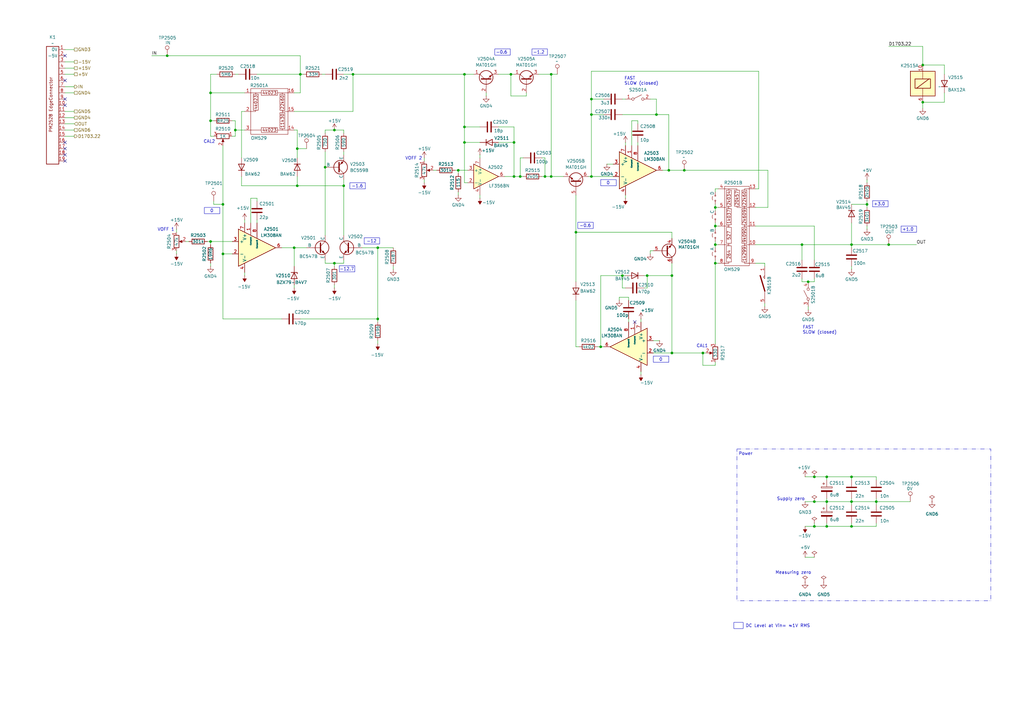
<source format=kicad_sch>
(kicad_sch (version 20250114) (generator "eeschema") (generator_version "9.0")
  (paper "A3")
  (title_block (title "Philips PM2528 - N25 (RMS Converter)") (date "2025-07-06") (rev "1.0"))
  (rectangle (start 236.982 91.186) (end 243.332 93.726))
  (rectangle (start 143.51 74.93) (end 149.86 77.47))
  (rectangle (start 369.57 92.71) (end 375.92 95.25))
  (rectangle (start 149.352 97.536) (end 155.702 100.076))
  (rectangle (start 246.38 73.66) (end 252.73 76.2))
  (rectangle (start 83.82 85.09) (end 90.17 87.63))
  (rectangle (start 300.99 255.27) (end 304.8 257.81))
  (rectangle (start 218.186 20.066) (end 224.536 22.606))
  (rectangle (start 302.26 184.15) (end 406.4 246.38) (stroke (width 0) (type dash_dot_dot)))
  (rectangle (start 267.97 146.05) (end 274.32 148.59))
  (rectangle (start 202.946 20.066) (end 209.296 22.606))
  (rectangle (start 357.886 82.296) (end 364.236 84.836))
  (rectangle (start 139.192 108.966) (end 145.542 111.506))
  (text "-1.2" (at 220.98 21.59 0) (effects (font (size 1.27 1.27))))
  (text "0" (at 271.018 147.574 0) (effects (font (size 1.27 1.27))))
  (text "-12.7" (at 142.24 110.49 0) (effects (font (size 1.27 1.27))))
  (text "Measuring zero" (at 325.374 234.95 0) (effects (font (size 1.27 1.27))))
  (text "DC Level at Vin= ≈1V RMS" (at 319.024 256.794 0) (effects (font (size 1.27 1.27))))
  (text "0" (at 249.428 75.184 0) (effects (font (size 1.27 1.27))))
  (text "FAST\nSLOW (closed)" (at 256.032 33.274 0) (effects (font (size 1.27 1.27)) (justify left)))
  (text "+3.0" (at 360.68 83.82 0) (effects (font (size 1.27 1.27))))
  (text "0" (at 86.868 86.614 0) (effects (font (size 1.27 1.27))))
  (text "CAL1" (at 288.036 141.986 0) (effects (font (size 1.27 1.27))))
  (text "-0.6" (at 205.74 21.59 0) (effects (font (size 1.27 1.27))))
  (text "VOFF 1" (at 68.072 94.234 0) (effects (font (size 1.27 1.27))))
  (text "-12" (at 152.4 99.06 0) (effects (font (size 1.27 1.27))))
  (text "CAL2" (at 85.852 58.166 0) (effects (font (size 1.27 1.27))))
  (text "-1.6" (at 146.558 76.454 0) (effects (font (size 1.27 1.27))))
  (text "Power" (at 305.816 186.182 0) (effects (font (size 1.27 1.27))))
  (text "FAST\nSLOW (closed)" (at 329.184 135.382 0) (effects (font (size 1.27 1.27)) (justify left)))
  (text "+1.0" (at 372.364 94.234 0) (effects (font (size 1.27 1.27))))
  (text "-0.6" (at 240.03 92.71 0) (effects (font (size 1.27 1.27))))
  (text "VOFF 2" (at 169.672 65.024 0) (effects (font (size 1.27 1.27))))
  (text "Supply zero" (at 324.358 204.724 0) (effects (font (size 1.27 1.27))))
  (junction (at 68.58 22.86))
  (junction (at 123.19 30.48))
  (junction (at 190.5 30.48))
  (junction (at 154.94 101.6))
  (junction (at 86.36 38.1))
  (junction (at 121.92 60.96))
  (junction (at 154.94 130.81))
  (junction (at 121.92 76.2))
  (junction (at 349.25 195.58))
  (junction (at 223.52 72.39))
  (junction (at 190.5 52.07))
  (junction (at 187.96 69.85))
  (junction (at 91.44 104.14))
  (junction (at 144.78 30.48))
  (junction (at 275.59 144.78))
  (junction (at 288.29 144.78))
  (junction (at 339.09 195.58))
  (junction (at 242.57 46.99))
  (junction (at 246.38 142.24))
  (junction (at 137.16 53.34))
  (junction (at 349.25 100.33))
  (junction (at 334.01 205.74))
  (junction (at 275.59 113.03))
  (junction (at 86.36 49.53))
  (junction (at 334.01 195.58))
  (junction (at 339.09 205.74))
  (junction (at 86.36 99.06))
  (junction (at 355.6 83.82))
  (junction (at 226.06 72.39))
  (junction (at 349.25 215.9))
  (junction (at 209.55 30.48))
  (junction (at 140.97 76.2))
  (junction (at 328.93 100.33))
  (junction (at 226.06 30.48))
  (junction (at 269.24 46.99))
  (junction (at 349.25 205.74))
  (junction (at 293.37 100.33))
  (junction (at 91.44 83.82))
  (junction (at 255.27 113.03))
  (junction (at 364.49 100.33))
  (junction (at 331.47 115.57))
  (junction (at 190.5 58.42))
  (junction (at 210.82 72.39))
  (junction (at 293.37 107.95))
  (junction (at 359.41 205.74))
  (junction (at 378.46 26.67))
  (junction (at 120.65 101.6))
  (junction (at 293.37 85.09))
  (junction (at 280.67 69.85))
  (junction (at 378.46 41.91))
  (junction (at 210.82 58.42))
  (junction (at 133.35 68.58))
  (junction (at 293.37 92.71))
  (junction (at 334.01 215.9))
  (junction (at 96.52 53.34))
  (junction (at 213.36 72.39))
  (junction (at 137.16 107.95))
  (junction (at 265.43 113.03))
  (junction (at 274.32 69.85))
  (junction (at 242.57 72.39))
  (junction (at 236.22 95.25))
  (junction (at 242.57 40.64))
  (junction (at 339.09 215.9))
  (no_connect (at 26.67 63.5))
  (no_connect (at 26.67 58.42))
  (no_connect (at 26.67 40.64))
  (no_connect (at 26.67 22.86))
  (no_connect (at 26.67 60.96))
  (no_connect (at 26.67 43.18))
  (no_connect (at 26.67 66.04))
  (no_connect (at 26.67 33.02))
  (no_connect (at 260.35 132.08))
  (wire (pts (xy 91.44 59.69) (xy 91.44 83.82)))
  (wire (pts (xy 223.52 72.39) (xy 226.06 72.39)))
  (wire (pts (xy 190.5 30.48) (xy 194.31 30.48)))
  (wire (pts (xy 334.01 205.74) (xy 330.2 205.74)))
  (wire (pts (xy 349.25 109.22) (xy 349.25 110.49)))
  (wire (pts (xy 288.29 144.78) (xy 289.56 144.78)))
  (wire (pts (xy 328.93 100.33) (xy 349.25 100.33)))
  (wire (pts (xy 173.99 64.77) (xy 173.99 66.04)))
  (wire (pts (xy 199.39 38.1) (xy 199.39 39.37)))
  (wire (pts (xy 190.5 58.42) (xy 196.85 58.42)))
  (wire (pts (xy 288.29 149.86) (xy 288.29 144.78)))
  (wire (pts (xy 262.89 130.81) (xy 262.89 132.08)))
  (wire (pts (xy 293.37 85.09) (xy 294.64 85.09)))
  (wire (pts (xy 264.16 118.11) (xy 265.43 118.11)))
  (wire (pts (xy 256.54 80.01) (xy 256.54 81.28)))
  (wire (pts (xy 26.67 55.88) (xy 30.48 55.88)))
  (wire (pts (xy 255.27 40.64) (xy 256.54 40.64)))
  (wire (pts (xy 349.25 195.58) (xy 339.09 195.58)))
  (wire (pts (xy 87.63 83.82) (xy 91.44 83.82)))
  (wire (pts (xy 309.88 85.09) (xy 314.96 85.09)))
  (wire (pts (xy 275.59 95.25) (xy 275.59 97.79)))
  (wire (pts (xy 120.65 38.1) (xy 123.19 38.1)))
  (wire (pts (xy 154.94 101.6) (xy 161.29 101.6)))
  (wire (pts (xy 86.36 99.06) (xy 95.25 99.06)))
  (wire (pts (xy 349.25 196.85) (xy 349.25 195.58)))
  (wire (pts (xy 214.63 64.77) (xy 213.36 64.77)))
  (wire (pts (xy 293.37 91.44) (xy 293.37 92.71)))
  (wire (pts (xy 359.41 196.85) (xy 359.41 195.58)))
  (wire (pts (xy 241.3 72.39) (xy 242.57 72.39)))
  (wire (pts (xy 140.97 73.66) (xy 140.97 76.2)))
  (wire (pts (xy 293.37 83.82) (xy 293.37 85.09)))
  (wire (pts (xy 339.09 215.9) (xy 339.09 214.63)))
  (wire (pts (xy 349.25 207.01) (xy 349.25 205.74)))
  (wire (pts (xy 293.37 85.09) (xy 293.37 86.36)))
  (wire (pts (xy 256.54 118.11) (xy 255.27 118.11)))
  (wire (pts (xy 311.15 29.21) (xy 311.15 77.47)))
  (wire (pts (xy 102.87 81.28) (xy 105.41 81.28)))
  (wire (pts (xy 140.97 76.2) (xy 140.97 96.52)))
  (wire (pts (xy 140.97 54.61) (xy 140.97 53.34)))
  (wire (pts (xy 339.09 195.58) (xy 334.01 195.58)))
  (wire (pts (xy 87.63 55.88) (xy 86.36 55.88)))
  (wire (pts (xy 267.97 139.7) (xy 270.51 139.7)))
  (wire (pts (xy 293.37 77.47) (xy 293.37 78.74)))
  (wire (pts (xy 187.96 78.74) (xy 187.96 80.01)))
  (wire (pts (xy 246.38 113.03) (xy 246.38 142.24)))
  (wire (pts (xy 26.67 53.34) (xy 30.48 53.34)))
  (wire (pts (xy 328.93 114.3) (xy 328.93 115.57)))
  (wire (pts (xy 120.65 101.6) (xy 125.73 101.6)))
  (wire (pts (xy 255.27 46.99) (xy 269.24 46.99)))
  (wire (pts (xy 375.92 100.33) (xy 364.49 100.33)))
  (wire (pts (xy 255.27 113.03) (xy 246.38 113.03)))
  (wire (pts (xy 210.82 72.39) (xy 207.01 72.39)))
  (wire (pts (xy 387.35 26.67) (xy 378.46 26.67)))
  (wire (pts (xy 100.33 45.72) (xy 99.06 45.72)))
  (wire (pts (xy 236.22 95.25) (xy 275.59 95.25)))
  (wire (pts (xy 86.36 107.95) (xy 86.36 109.22)))
  (wire (pts (xy 334.01 92.71) (xy 334.01 106.68)))
  (wire (pts (xy 210.82 52.07) (xy 210.82 58.42)))
  (wire (pts (xy 349.25 100.33) (xy 364.49 100.33)))
  (wire (pts (xy 334.01 215.9) (xy 334.01 214.63)))
  (wire (pts (xy 86.36 38.1) (xy 86.36 49.53)))
  (wire (pts (xy 86.36 38.1) (xy 100.33 38.1)))
  (wire (pts (xy 355.6 92.71) (xy 355.6 93.98)))
  (wire (pts (xy 271.78 69.85) (xy 274.32 69.85)))
  (wire (pts (xy 26.67 25.4) (xy 30.48 25.4)))
  (wire (pts (xy 265.43 113.03) (xy 275.59 113.03)))
  (wire (pts (xy 102.87 91.44) (xy 102.87 81.28)))
  (wire (pts (xy 242.57 40.64) (xy 242.57 46.99)))
  (wire (pts (xy 220.98 30.48) (xy 226.06 30.48)))
  (wire (pts (xy 137.16 116.84) (xy 137.16 118.11)))
  (wire (pts (xy 328.93 100.33) (xy 328.93 106.68)))
  (wire (pts (xy 190.5 52.07) (xy 190.5 58.42)))
  (wire (pts (xy 177.8 69.85) (xy 179.07 69.85)))
  (wire (pts (xy 364.49 19.05) (xy 378.46 19.05)))
  (wire (pts (xy 120.65 101.6) (xy 120.65 109.22)))
  (wire (pts (xy 293.37 100.33) (xy 294.64 100.33)))
  (wire (pts (xy 187.96 69.85) (xy 187.96 71.12)))
  (wire (pts (xy 140.97 62.23) (xy 140.97 63.5)))
  (wire (pts (xy 133.35 54.61) (xy 133.35 53.34)))
  (wire (pts (xy 173.99 73.66) (xy 173.99 74.93)))
  (wire (pts (xy 313.69 107.95) (xy 313.69 109.22)))
  (wire (pts (xy 359.41 205.74) (xy 359.41 207.01)))
  (wire (pts (xy 123.19 22.86) (xy 123.19 30.48)))
  (wire (pts (xy 293.37 148.59) (xy 293.37 149.86)))
  (wire (pts (xy 256.54 113.03) (xy 255.27 113.03)))
  (wire (pts (xy 314.96 85.09) (xy 314.96 69.85)))
  (wire (pts (xy 242.57 72.39) (xy 251.46 72.39)))
  (wire (pts (xy 274.32 46.99) (xy 274.32 69.85)))
  (wire (pts (xy 355.6 82.55) (xy 355.6 83.82)))
  (wire (pts (xy 236.22 142.24) (xy 237.49 142.24)))
  (wire (pts (xy 123.19 130.81) (xy 154.94 130.81)))
  (wire (pts (xy 100.33 90.17) (xy 100.33 91.44)))
  (wire (pts (xy 87.63 49.53) (xy 86.36 49.53)))
  (wire (pts (xy 191.77 74.93) (xy 190.5 74.93)))
  (wire (pts (xy 242.57 29.21) (xy 311.15 29.21)))
  (wire (pts (xy 330.2 215.9) (xy 334.01 215.9)))
  (wire (pts (xy 213.36 72.39) (xy 214.63 72.39)))
  (wire (pts (xy 154.94 101.6) (xy 154.94 130.81)))
  (wire (pts (xy 86.36 55.88) (xy 86.36 49.53)))
  (wire (pts (xy 247.65 40.64) (xy 242.57 40.64)))
  (wire (pts (xy 91.44 104.14) (xy 95.25 104.14)))
  (wire (pts (xy 86.36 30.48) (xy 88.9 30.48)))
  (wire (pts (xy 99.06 45.72) (xy 99.06 64.77)))
  (wire (pts (xy 266.7 40.64) (xy 269.24 40.64)))
  (wire (pts (xy 105.41 30.48) (xy 123.19 30.48)))
  (wire (pts (xy 255.27 118.11) (xy 255.27 113.03)))
  (wire (pts (xy 144.78 45.72) (xy 144.78 30.48)))
  (wire (pts (xy 190.5 74.93) (xy 190.5 58.42)))
  (wire (pts (xy 115.57 101.6) (xy 120.65 101.6)))
  (wire (pts (xy 99.06 76.2) (xy 121.92 76.2)))
  (wire (pts (xy 209.55 30.48) (xy 210.82 30.48)))
  (wire (pts (xy 339.09 215.9) (xy 349.25 215.9)))
  (wire (pts (xy 313.69 124.46) (xy 313.69 125.73)))
  (wire (pts (xy 236.22 123.19) (xy 236.22 142.24)))
  (wire (pts (xy 245.11 142.24) (xy 246.38 142.24)))
  (wire (pts (xy 274.32 69.85) (xy 280.67 69.85)))
  (wire (pts (xy 133.35 106.68) (xy 133.35 107.95)))
  (wire (pts (xy 330.2 195.58) (xy 334.01 195.58)))
  (wire (pts (xy 213.36 64.77) (xy 213.36 72.39)))
  (wire (pts (xy 161.29 109.22) (xy 161.29 110.49)))
  (wire (pts (xy 275.59 113.03) (xy 275.59 144.78)))
  (wire (pts (xy 349.25 91.44) (xy 349.25 100.33)))
  (wire (pts (xy 95.25 49.53) (xy 96.52 49.53)))
  (wire (pts (xy 85.09 99.06) (xy 86.36 99.06)))
  (wire (pts (xy 87.63 82.55) (xy 87.63 83.82)))
  (wire (pts (xy 378.46 19.05) (xy 378.46 26.67)))
  (wire (pts (xy 359.41 195.58) (xy 349.25 195.58)))
  (wire (pts (xy 91.44 104.14) (xy 91.44 130.81)))
  (wire (pts (xy 190.5 30.48) (xy 190.5 52.07)))
  (wire (pts (xy 120.65 45.72) (xy 144.78 45.72)))
  (wire (pts (xy 115.57 130.81) (xy 91.44 130.81)))
  (wire (pts (xy 215.9 39.37) (xy 215.9 38.1)))
  (wire (pts (xy 86.36 99.06) (xy 86.36 100.33)))
  (wire (pts (xy 293.37 92.71) (xy 294.64 92.71)))
  (wire (pts (xy 96.52 53.34) (xy 96.52 55.88)))
  (wire (pts (xy 96.52 53.34) (xy 96.52 49.53)))
  (wire (pts (xy 210.82 58.42) (xy 210.82 72.39)))
  (wire (pts (xy 309.88 77.47) (xy 311.15 77.47)))
  (wire (pts (xy 331.47 115.57) (xy 334.01 115.57)))
  (wire (pts (xy 349.25 100.33) (xy 349.25 101.6)))
  (wire (pts (xy 95.25 55.88) (xy 96.52 55.88)))
  (wire (pts (xy 293.37 92.71) (xy 293.37 93.98)))
  (wire (pts (xy 339.09 207.01) (xy 339.09 205.74)))
  (wire (pts (xy 96.52 53.34) (xy 100.33 53.34)))
  (wire (pts (xy 121.92 60.96) (xy 121.92 64.77)))
  (wire (pts (xy 120.65 53.34) (xy 121.92 53.34)))
  (wire (pts (xy 293.37 107.95) (xy 293.37 140.97)))
  (wire (pts (xy 76.2 99.06) (xy 77.47 99.06)))
  (wire (pts (xy 254 121.92) (xy 257.81 121.92)))
  (wire (pts (xy 236.22 95.25) (xy 236.22 115.57)))
  (wire (pts (xy 293.37 100.33) (xy 293.37 101.6)))
  (wire (pts (xy 334.01 114.3) (xy 334.01 115.57)))
  (wire (pts (xy 265.43 118.11) (xy 265.43 113.03)))
  (wire (pts (xy 275.59 144.78) (xy 288.29 144.78)))
  (wire (pts (xy 236.22 80.01) (xy 236.22 95.25)))
  (wire (pts (xy 349.25 215.9) (xy 349.25 214.63)))
  (wire (pts (xy 204.47 52.07) (xy 210.82 52.07)))
  (wire (pts (xy 359.41 205.74) (xy 373.38 205.74)))
  (wire (pts (xy 132.08 30.48) (xy 133.35 30.48)))
  (wire (pts (xy 62.23 22.86) (xy 68.58 22.86)))
  (wire (pts (xy 91.44 83.82) (xy 91.44 104.14)))
  (wire (pts (xy 140.97 30.48) (xy 144.78 30.48)))
  (wire (pts (xy 121.92 53.34) (xy 121.92 60.96)))
  (wire (pts (xy 246.38 142.24) (xy 247.65 142.24)))
  (wire (pts (xy 99.06 76.2) (xy 99.06 72.39)))
  (wire (pts (xy 204.47 30.48) (xy 209.55 30.48)))
  (wire (pts (xy 154.94 139.7) (xy 154.94 140.97)))
  (wire (pts (xy 261.62 58.42) (xy 261.62 59.69)))
  (wire (pts (xy 349.25 83.82) (xy 355.6 83.82)))
  (wire (pts (xy 387.35 38.1) (xy 387.35 41.91)))
  (wire (pts (xy 248.92 67.31) (xy 251.46 67.31)))
  (wire (pts (xy 26.67 50.8) (xy 30.48 50.8)))
  (wire (pts (xy 105.41 81.28) (xy 105.41 82.55)))
  (wire (pts (xy 309.88 92.71) (xy 334.01 92.71)))
  (wire (pts (xy 86.36 30.48) (xy 86.36 38.1)))
  (wire (pts (xy 137.16 107.95) (xy 137.16 109.22)))
  (wire (pts (xy 125.73 60.96) (xy 121.92 60.96)))
  (wire (pts (xy 148.59 101.6) (xy 154.94 101.6)))
  (wire (pts (xy 267.97 144.78) (xy 275.59 144.78)))
  (wire (pts (xy 133.35 107.95) (xy 137.16 107.95)))
  (wire (pts (xy 355.6 83.82) (xy 355.6 85.09)))
  (wire (pts (xy 242.57 29.21) (xy 242.57 40.64)))
  (wire (pts (xy 190.5 52.07) (xy 196.85 52.07)))
  (wire (pts (xy 121.92 72.39) (xy 121.92 76.2)))
  (wire (pts (xy 339.09 204.47) (xy 339.09 205.74)))
  (wire (pts (xy 121.92 76.2) (xy 140.97 76.2)))
  (wire (pts (xy 72.39 102.87) (xy 72.39 104.14)))
  (wire (pts (xy 26.67 27.94) (xy 30.48 27.94)))
  (wire (pts (xy 259.08 59.69) (xy 259.08 49.53)))
  (wire (pts (xy 349.25 215.9) (xy 359.41 215.9)))
  (wire (pts (xy 280.67 69.85) (xy 314.96 69.85)))
  (wire (pts (xy 262.89 152.4) (xy 262.89 153.67)))
  (wire (pts (xy 26.67 48.26) (xy 30.48 48.26)))
  (wire (pts (xy 256.54 58.42) (xy 256.54 59.69)))
  (wire (pts (xy 223.52 64.77) (xy 223.52 72.39)))
  (wire (pts (xy 269.24 46.99) (xy 274.32 46.99)))
  (wire (pts (xy 226.06 30.48) (xy 228.6 30.48)))
  (wire (pts (xy 293.37 107.95) (xy 294.64 107.95)))
  (wire (pts (xy 269.24 40.64) (xy 269.24 46.99)))
  (wire (pts (xy 196.85 80.01) (xy 196.85 81.28)))
  (wire (pts (xy 209.55 39.37) (xy 209.55 30.48)))
  (wire (pts (xy 144.78 30.48) (xy 190.5 30.48)))
  (wire (pts (xy 154.94 132.08) (xy 154.94 130.81)))
  (wire (pts (xy 275.59 107.95) (xy 275.59 113.03)))
  (wire (pts (xy 330.2 228.6) (xy 334.01 228.6)))
  (wire (pts (xy 261.62 49.53) (xy 261.62 50.8)))
  (wire (pts (xy 293.37 106.68) (xy 293.37 107.95)))
  (wire (pts (xy 293.37 149.86) (xy 288.29 149.86)))
  (wire (pts (xy 349.25 205.74) (xy 339.09 205.74)))
  (wire (pts (xy 334.01 215.9) (xy 339.09 215.9)))
  (wire (pts (xy 215.9 39.37) (xy 209.55 39.37)))
  (wire (pts (xy 26.67 20.32) (xy 30.48 20.32)))
  (wire (pts (xy 26.67 38.1) (xy 30.48 38.1)))
  (wire (pts (xy 140.97 53.34) (xy 137.16 53.34)))
  (wire (pts (xy 242.57 46.99) (xy 247.65 46.99)))
  (wire (pts (xy 26.67 30.48) (xy 30.48 30.48)))
  (wire (pts (xy 96.52 30.48) (xy 97.79 30.48)))
  (wire (pts (xy 349.25 205.74) (xy 359.41 205.74)))
  (wire (pts (xy 137.16 107.95) (xy 140.97 107.95)))
  (wire (pts (xy 257.81 130.81) (xy 257.81 132.08)))
  (wire (pts (xy 105.41 90.17) (xy 105.41 91.44)))
  (wire (pts (xy 257.81 121.92) (xy 257.81 123.19)))
  (wire (pts (xy 140.97 106.68) (xy 140.97 107.95)))
  (wire (pts (xy 133.35 68.58) (xy 133.35 96.52)))
  (wire (pts (xy 133.35 68.58) (xy 133.35 62.23)))
  (wire (pts (xy 204.47 58.42) (xy 210.82 58.42)))
  (wire (pts (xy 387.35 41.91) (xy 378.46 41.91)))
  (wire (pts (xy 123.19 30.48) (xy 124.46 30.48)))
  (wire (pts (xy 100.33 111.76) (xy 100.33 113.03)))
  (wire (pts (xy 26.67 45.72) (xy 30.48 45.72)))
  (wire (pts (xy 259.08 49.53) (xy 261.62 49.53)))
  (wire (pts (xy 264.16 113.03) (xy 265.43 113.03)))
  (wire (pts (xy 309.88 100.33) (xy 328.93 100.33)))
  (wire (pts (xy 222.25 72.39) (xy 223.52 72.39)))
  (wire (pts (xy 120.65 116.84) (xy 120.65 118.11)))
  (wire (pts (xy 186.69 69.85) (xy 187.96 69.85)))
  (wire (pts (xy 309.88 107.95) (xy 313.69 107.95)))
  (wire (pts (xy 242.57 46.99) (xy 242.57 72.39)))
  (wire (pts (xy 187.96 69.85) (xy 191.77 69.85)))
  (wire (pts (xy 355.6 73.66) (xy 355.6 74.93)))
  (wire (pts (xy 294.64 77.47) (xy 293.37 77.47)))
  (wire (pts (xy 293.37 99.06) (xy 293.37 100.33)))
  (wire (pts (xy 226.06 30.48) (xy 226.06 72.39)))
  (wire (pts (xy 196.85 63.5) (xy 196.85 64.77)))
  (wire (pts (xy 254 123.19) (xy 254 121.92)))
  (wire (pts (xy 222.25 64.77) (xy 223.52 64.77)))
  (wire (pts (xy 378.46 41.91) (xy 378.46 44.45)))
  (wire (pts (xy 349.25 204.47) (xy 349.25 205.74)))
  (wire (pts (xy 226.06 72.39) (xy 231.14 72.39)))
  (wire (pts (xy 133.35 53.34) (xy 137.16 53.34)))
  (wire (pts (xy 331.47 125.73) (xy 331.47 127)))
  (wire (pts (xy 210.82 72.39) (xy 213.36 72.39)))
  (wire (pts (xy 387.35 30.48) (xy 387.35 26.67)))
  (wire (pts (xy 266.7 102.87) (xy 266.7 104.14)))
  (wire (pts (xy 26.67 35.56) (xy 30.48 35.56)))
  (wire (pts (xy 359.41 215.9) (xy 359.41 214.63)))
  (wire (pts (xy 339.09 205.74) (xy 334.01 205.74)))
  (wire (pts (xy 72.39 93.98) (xy 72.39 95.25)))
  (wire (pts (xy 328.93 115.57) (xy 331.47 115.57)))
  (wire (pts (xy 339.09 196.85) (xy 339.09 195.58)))
  (wire (pts (xy 266.7 102.87) (xy 267.97 102.87)))
  (wire (pts (xy 359.41 204.47) (xy 359.41 205.74)))
  (wire (pts (xy 123.19 38.1) (xy 123.19 30.48)))
  (wire (pts (xy 68.58 22.86) (xy 123.19 22.86)))
  (label "D1703.22" (at 364.49 19.05 0))
  (label "OUT" (at 375.92 100.33 0))
  (label "IN" (at 62.23 22.86 0))
  (hierarchical_label "D1703.22" (shape output) (at 30.48 55.88 0))
  (hierarchical_label "GND4" (shape passive) (at 30.48 38.1 0))
  (hierarchical_label "IN" (shape output) (at 30.48 35.56 0))
  (hierarchical_label "+15V" (shape passive) (at 30.48 27.94 0))
  (hierarchical_label "GND6" (shape passive) (at 30.48 53.34 0))
  (hierarchical_label "-15V" (shape passive) (at 30.48 25.4 0))
  (hierarchical_label "+5V" (shape passive) (at 30.48 30.48 0))
  (hierarchical_label "GND3" (shape passive) (at 30.48 20.32 0))
  (hierarchical_label "GND4" (shape passive) (at 30.48 48.26 0))
  (hierarchical_label "GND5" (shape passive) (at 30.48 45.72 0))
  (hierarchical_label "OUT" (shape input) (at 30.48 50.8 0))
  (symbol (lib_id "power:GND1") (at 382.27 205.74 0) (unit 1)
    (property "Reference" "#PWR05" (effects (hide yes)))
    (property "Value" "GND6" (at 382.27 210.82 0))
    (property "Description" "Power symbol creates a global label with name \"GND1\" , ground" (effects (hide yes)))
  )
  (symbol (lib_id "power:+15V") (at 137.16 53.34 0) (unit 1)
    (property "Reference" "#PWR08" (effects (hide yes)))
    (property "Value" "+15V" (at 137.16 49.53 0))
    (property "Description" "Power symbol creates a global label with name \"+15V\"" (effects (hide yes)))
  )
  (symbol (lib_id "Simulation_SPICE:NPN") (at 130.81 101.6 0) (unit 1)
    (property "Reference" "V2501" (at 123.444 97.536 0) (effects (justify left)))
    (property "Value" "BC547B" (at 122.682 105.156 0) (effects (justify left)))
    (property "Footprint" "Package_TO_SOT_THT:TO-92" (effects (hide yes)))
    (property "Datasheet" "https://ngspice.sourceforge.io/docs/ngspice-html-manual/manual.xhtml#cha_BJTs" (effects (hide yes)))
    (property "Description" "Bipolar transistor symbol for simulation only, substrate tied to the emitter" (effects (hide yes)))
    (property "Sim.Device" "NPN" (effects (hide yes)))
    (property "Sim.Type" "GUMMELPOON" (effects (hide yes)))
    (property "Sim.Pins" "1=C 2=B 3=E" (effects (hide yes)))
  )
  (symbol (lib_id "power:-15V") (at 262.89 153.67 180) (unit 1)
    (property "Reference" "#PWR027" (effects (hide yes)))
    (property "Value" "-15V" (at 265.176 156.972 0))
    (property "Description" "Power symbol creates a global label with name \"-15V\"" (effects (hide yes)))
  )
  (symbol (lib_id "Device:R") (at 161.29 105.41 180) (unit 1)
    (property "Reference" "R2508" (at 158.75 105.41 90))
    (property "Value" "7k87" (at 161.29 105.41 90))
    (property "Footprint" "Resistor_THT:R_Axial_DIN0207_L6.3mm_D2.5mm_P10.16mm_Horizontal" (effects (hide yes)))
    (property "Description" "Resistor" (effects (hide yes)))
  )
  (symbol (lib_id "power:GND3") (at 187.96 80.01 0) (unit 1)
    (property "Reference" "#PWR09" (effects (hide yes)))
    (property "Value" "GND4" (at 187.96 84.074 0))
    (property "Description" "Power symbol creates a global label with name \"GND3\" , ground" (effects (hide yes)))
  )
  (symbol (lib_id "Jumper:Jumper_2_Small_Open") (at 293.37 81.28 90) (unit 1)
    (property "Reference" "JP1" (effects (hide yes)))
    (property "Value" "D" (at 292.1 79.248 0))
    (property "Footprint" "TestPoint:TestPoint_Bridge_Pitch5.08mm_Drill0.7mm" (effects (hide yes)))
    (property "Description" "Jumper, 2-pole, small symbol, open" (effects (hide yes)))
  )
  (symbol (lib_id "Device:D") (at 349.25 87.63 270) (unit 1)
    (property "Reference" "V2514" (at 342.9 82.804 90) (effects (justify left)))
    (property "Value" "BAV45" (at 342.9 85.09 90) (effects (justify left)))
    (property "Footprint" "Package_TO_SOT_THT:TO-18-2" (effects (hide yes)))
    (property "Description" "Diode" (effects (hide yes)))
    (property "Sim.Device" "D" (effects (hide yes)))
    (property "Sim.Pins" "1=K 2=A" (effects (hide yes)))
  )
  (symbol (lib_id "Device:R") (at 137.16 113.03 180) (unit 1)
    (property "Reference" "R2507" (at 134.62 113.03 90))
    (property "Value" "301" (at 137.16 113.03 90))
    (property "Footprint" "Resistor_THT:R_Axial_DIN0207_L6.3mm_D2.5mm_P10.16mm_Horizontal" (effects (hide yes)))
    (property "Description" "Resistor" (effects (hide yes)))
  )
  (symbol (lib_id "power:-15V") (at 256.54 81.28 180) (unit 1)
    (property "Reference" "#PWR024" (effects (hide yes)))
    (property "Value" "-15V" (at 253.492 84.836 0))
    (property "Description" "Power symbol creates a global label with name \"-15V\"" (effects (hide yes)))
  )
  (symbol (lib_id "Device:R") (at 92.71 30.48 90) (unit 1)
    (property "Reference" "R2520" (at 92.71 27.94 90))
    (property "Value" "5M6" (at 92.71 30.48 90))
    (property "Footprint" "Resistor_THT:R_Axial_DIN0207_L6.3mm_D2.5mm_P10.16mm_Horizontal" (effects (hide yes)))
    (property "Description" "Resistor" (effects (hide yes)))
  )
  (symbol (lib_id "power:GND3") (at 254 123.19 0) (unit 1)
    (property "Reference" "#PWR030" (effects (hide yes)))
    (property "Value" "GND5" (at 250.698 126.238 0))
    (property "Description" "Power symbol creates a global label with name \"GND3\" , ground" (effects (hide yes)))
  )
  (symbol (lib_id "Device:R") (at 355.6 78.74 180) (unit 1)
    (property "Reference" "R2518" (at 353.06 78.74 90))
    (property "Value" "2k05" (at 355.6 78.74 90))
    (property "Footprint" "Resistor_THT:R_Axial_DIN0207_L6.3mm_D2.5mm_P10.16mm_Horizontal" (effects (hide yes)))
    (property "Description" "Resistor" (effects (hide yes)))
  )
  (symbol (lib_id "power:GND3") (at 86.36 109.22 0) (unit 1)
    (property "Reference" "#PWR018" (effects (hide yes)))
    (property "Value" "GND4" (at 86.36 113.284 0))
    (property "Description" "Power symbol creates a global label with name \"GND3\" , ground" (effects (hide yes)))
  )
  (symbol (lib_id "Device:C") (at 251.46 40.64 90) (unit 1)
    (property "Reference" "C2506" (at 247.142 39.116 90))
    (property "Value" "3u3" (at 248.158 42.164 90))
    (property "Footprint" "Capacitor_THT:C_Rect_L26.5mm_W8.5mm_P22.50mm_MKS4" (effects (hide yes)))
    (property "Description" "Unpolarized capacitor" (effects (hide yes)))
  )
  (symbol (lib_id "Jumper:Jumper_2_Small_Open") (at 293.37 96.52 90) (unit 1)
    (property "Reference" "JP3" (effects (hide yes)))
    (property "Value" "B" (at 292.1 94.488 0))
    (property "Footprint" "TestPoint:TestPoint_Bridge_Pitch5.08mm_Drill0.7mm" (effects (hide yes)))
    (property "Description" "Jumper, 2-pole, small symbol, open" (effects (hide yes)))
  )
  (symbol (lib_id "power:GND1") (at 330.2 205.74 0) (unit 1)
    (property "Reference" "#PWR04" (effects (hide yes)))
    (property "Value" "GND3" (at 330.2 210.058 0))
    (property "Description" "Power symbol creates a global label with name \"GND1\" , ground" (effects (hide yes)))
  )
  (symbol (lib_id "Transistor_BJT:MAT02") (at 215.9 33.02 90) (unit 1)
    (property "Reference" "V2505" (at 215.9 24.13 90))
    (property "Value" "MAT01GH" (at 215.9 26.67 90))
    (property "Footprint" "Package_TO_SOT_THT:TO-78-6" (effects (hide yes)))
    (property "Datasheet" "http://www.elenota.pl/datasheet_download/93431/MAT02" (effects (hide yes)))
    (property "Description" "20mA Ic, 40V Vce, Precision Dual Monolithic Low Noise, Low Offset Transistor, TO-78" (effects (hide yes)))
  )
  (symbol (lib_id "Device:C") (at 349.25 200.66 0) (unit 1)
    (property "Reference" "C2513" (at 350.52 198.12 0) (effects (justify left)))
    (property "Value" "22n" (at 350.774 203.454 0) (effects (justify left)))
    (property "Footprint" "Capacitor_THT:C_Disc_D4.3mm_W1.9mm_P5.00mm" (effects (hide yes)))
    (property "Description" "Unpolarized capacitor" (effects (hide yes)))
  )
  (symbol (lib_id "PM2528:PCBEdge_Plugincard") (at 21.59 43.18 0) (unit 1)
    (property "Reference" "K1" (at 21.59 15.24 0))
    (property "Value" "~" (at 21.59 17.78 0))
    (property "Footprint" "PM2528:PM2528_RiserCardConnector" (effects (hide yes)))
  )
  (symbol (lib_id "power:GND3") (at 313.69 125.73 0) (unit 1)
    (property "Reference" "#PWR035" (effects (hide yes)))
    (property "Value" "GND5" (at 313.69 129.794 0))
    (property "Description" "Power symbol creates a global label with name \"GND3\" , ground" (effects (hide yes)))
  )
  (symbol (lib_id "Device:C_Polarized") (at 339.09 210.82 0) (unit 1)
    (property "Reference" "C2512" (at 340.106 208.28 0) (effects (justify left)))
    (property "Value" "6u8" (at 340.36 213.106 0) (effects (justify left)))
    (property "Footprint" "Capacitor_THT:CP_Radial_Tantal_D7.0mm_P5.00mm" (effects (hide yes)))
    (property "Description" "Polarized capacitor" (effects (hide yes)))
  )
  (symbol (lib_id "power:PWR_FLAG") (at 334.01 214.63 0) (unit 1)
    (property "Reference" "#FLG06" (effects (hide yes)))
    (property "Value" "PWR_FLAG" (effects (hide yes)))
    (property "Description" "Special symbol for telling ERC where power comes from" (effects (hide yes)))
  )
  (symbol (lib_id "Device:R") (at 81.28 99.06 90) (unit 1)
    (property "Reference" "R2503" (at 81.28 96.52 90))
    (property "Value" "301k" (at 81.28 99.06 90))
    (property "Footprint" "Resistor_THT:R_Axial_DIN0207_L6.3mm_D2.5mm_P10.16mm_Horizontal" (effects (hide yes)))
    (property "Description" "Resistor" (effects (hide yes)))
  )
  (symbol (lib_name "RelaisSingleSplit_1") (lib_id "PM2528:RelaisSingleSplit") (at 381 36.83 0) (unit 1)
    (property "Reference" "K2515" (at 369.316 26.924 0) (effects (justify left)))
    (property "Value" "~" (at 384.81 35.56 0) (effects (justify left)))
    (property "Footprint" "PM2528:Reed relay assy" (effects (hide yes)))
  )
  (symbol (lib_id "Device:R") (at 182.88 69.85 90) (unit 1)
    (property "Reference" "R2513" (at 182.88 67.31 90))
    (property "Value" "301k" (at 182.88 69.85 90))
    (property "Footprint" "Resistor_THT:R_Axial_DIN0207_L6.3mm_D2.5mm_P10.16mm_Horizontal" (effects (hide yes)))
    (property "Description" "Resistor" (effects (hide yes)))
  )
  (symbol (lib_id "Device:D") (at 200.66 58.42 0) (unit 1)
    (property "Reference" "V2511" (at 202.692 56.642 0) (effects (justify left)))
    (property "Value" "BAV45" (at 202.438 59.69 0) (effects (justify left)))
    (property "Footprint" "Package_TO_SOT_THT:TO-18-2" (effects (hide yes)))
    (property "Description" "Diode" (effects (hide yes)))
    (property "Sim.Device" "D" (effects (hide yes)))
    (property "Sim.Pins" "1=K 2=A" (effects (hide yes)))
  )
  (symbol (lib_id "Connector:TestPoint") (at 364.49 100.33 0) (unit 1)
    (property "Reference" "TP2503" (at 360.934 92.964 0) (effects (justify left)))
    (property "Value" "OUT" (at 362.966 94.996 0) (effects (justify left)))
    (property "Footprint" "Connector_PinHeader_1.00mm:PinHeader_1x01_P1.00mm_Vertical" (effects (hide yes)))
    (property "Description" "test point" (effects (hide yes)))
  )
  (symbol (lib_id "Device:R") (at 355.6 88.9 180) (unit 1)
    (property "Reference" "R2519" (at 353.06 88.9 90))
    (property "Value" "3k01" (at 355.6 88.9 90))
    (property "Footprint" "Resistor_THT:R_Axial_DIN0207_L6.3mm_D2.5mm_P10.16mm_Horizontal" (effects (hide yes)))
    (property "Description" "Resistor" (effects (hide yes)))
  )
  (symbol (lib_id "Connector:TestPoint") (at 125.73 60.96 0) (unit 1)
    (property "Reference" "TP2504" (at 122.174 55.626 0) (effects (justify left)))
    (property "Value" "~" (at 124.968 55.626 0) (effects (justify left)))
    (property "Footprint" "Connector_PinHeader_1.00mm:PinHeader_1x01_P1.00mm_Vertical" (effects (hide yes)))
    (property "Description" "test point" (effects (hide yes)))
  )
  (symbol (lib_id "Device:C") (at 105.41 86.36 180) (unit 1)
    (property "Reference" "C2501" (at 109.474 83.566 0))
    (property "Value" "22p" (at 108.204 89.154 0))
    (property "Footprint" "Capacitor_THT:C_Disc_D4.3mm_W1.9mm_P5.00mm" (effects (hide yes)))
    (property "Description" "Unpolarized capacitor" (effects (hide yes)))
  )
  (symbol (lib_id "power:PWR_FLAG") (at 334.01 205.74 0) (unit 1)
    (property "Reference" "#FLG03" (effects (hide yes)))
    (property "Value" "PWR_FLAG" (effects (hide yes)))
    (property "Description" "Special symbol for telling ERC where power comes from" (effects (hide yes)))
  )
  (symbol (lib_id "power:-15V") (at 173.99 74.93 180) (unit 1)
    (property "Reference" "#PWR011" (effects (hide yes)))
    (property "Value" "-15V" (at 173.99 78.994 0))
    (property "Description" "Power symbol creates a global label with name \"-15V\"" (effects (hide yes)))
  )
  (symbol (lib_id "Switch:SW_DPST_x2") (at 261.62 40.64 0) (unit 1)
    (property "Reference" "S2501" (at 261.62 36.83 0))
    (property "Value" "SW_DPST_x2" (effects (hide yes)))
    (property "Footprint" "Button_Switch_THT:SW_DIP_SPSTx02_Slide_6.7x6.64mm_W7.62mm_P2.54mm_LowProfile" (effects (hide yes)))
    (property "Description" "Single Pole Single Throw (SPST) switch, separate symbol" (effects (hide yes)))
  )
  (symbol (lib_id "power:GND1") (at 337.82 238.76 0) (unit 1)
    (property "Reference" "#PWR03" (effects (hide yes)))
    (property "Value" "GND5" (at 337.82 243.84 0))
    (property "Description" "Power symbol creates a global label with name \"GND1\" , ground" (effects (hide yes)))
  )
  (symbol (lib_id "Transistor_BJT:MAT02") (at 236.22 74.93 270) (mirror x) (unit 2)
    (property "Reference" "V2505" (at 236.22 66.04 90))
    (property "Value" "MAT01GH" (at 236.22 68.58 90))
    (property "Footprint" "Package_TO_SOT_THT:TO-78-6" (effects (hide yes)))
    (property "Datasheet" "http://www.elenota.pl/datasheet_download/93431/MAT02" (effects (hide yes)))
    (property "Description" "20mA Ic, 40V Vce, Precision Dual Monolithic Low Noise, Low Offset Transistor, TO-78" (effects (hide yes)))
  )
  (symbol (lib_id "PM2528:RelaisSingleSplit") (at 313.69 116.84 0) (unit 2)
    (property "Reference" "K2515" (at 315.468 120.904 90) (effects (justify left)))
    (property "Value" "~" (at 314.96 118.11 0) (effects (justify left)))
    (property "Footprint" "PM2528:Reed relay assy" (effects (hide yes)))
  )
  (symbol (lib_id "power:+15V") (at 262.89 130.81 0) (unit 1)
    (property "Reference" "#PWR028" (effects (hide yes)))
    (property "Value" "+15V" (at 265.43 127.254 0))
    (property "Description" "Power symbol creates a global label with name \"+15V\"" (effects (hide yes)))
  )
  (symbol (lib_id "PM2528:OM529") (at 302.26 92.71 180) (unit 2)
    (property "Reference" "R2501" (at 300.736 74.93 0))
    (property "Value" "OM529" (at 300.228 110.49 0))
    (property "Footprint" "Package_DIP:DIP-16_W7.62mm" (effects (hide yes)))
  )
  (symbol (lib_id "Device:C") (at 328.93 110.49 180) (unit 1)
    (property "Reference" "C2516" (at 325.374 108.204 0))
    (property "Value" "2u2" (at 326.644 112.776 0))
    (property "Footprint" "Capacitor_THT:C_Rect_L26.5mm_W8.5mm_P22.50mm_MKS4" (effects (hide yes)))
    (property "Description" "Unpolarized capacitor" (effects (hide yes)))
  )
  (symbol (lib_id "power:GND3") (at 248.92 67.31 0) (unit 1)
    (property "Reference" "#PWR023" (effects (hide yes)))
    (property "Value" "GND4" (at 248.92 71.374 0))
    (property "Description" "Power symbol creates a global label with name \"GND3\" , ground" (effects (hide yes)))
  )
  (symbol (lib_id "PM2528:OPAMP_COMPEN") (at 105.41 101.6 0) (unit 1)
    (property "Reference" "A2501" (at 111.252 93.98 0))
    (property "Value" "LM308AN" (at 111.252 96.52 0))
    (property "Footprint" "Package_DIP:DIP-8_W7.62mm" (effects (hide yes)))
    (property "Datasheet" "https://www.analog.com/media/en/technical-documentation/data-sheets/AD8021.pdf" (effects (hide yes)))
    (property "Description" "Operational Amplifier" (effects (hide yes)))
  )
  (symbol (lib_id "Simulation_SPICE:PNP") (at 138.43 68.58 0) (mirror x) (unit 1)
    (property "Reference" "V2503" (at 143.51 67.3099 0) (effects (justify left)))
    (property "Value" "BC559B" (at 143.51 69.8499 0) (effects (justify left)))
    (property "Footprint" "Package_TO_SOT_THT:TO-92" (effects (hide yes)))
    (property "Datasheet" "https://ngspice.sourceforge.io/docs/ngspice-html-manual/manual.xhtml#cha_BJTs" (effects (hide yes)))
    (property "Description" "Bipolar transistor symbol for simulation only, substrate tied to the emitter" (effects (hide yes)))
    (property "Sim.Device" "PNP" (effects (hide yes)))
    (property "Sim.Type" "GUMMELPOON" (effects (hide yes)))
    (property "Sim.Pins" "1=C 2=B 3=E" (effects (hide yes)))
  )
  (symbol (lib_id "power:GND3") (at 355.6 93.98 0) (unit 1)
    (property "Reference" "#PWR032" (effects (hide yes)))
    (property "Value" "GND3" (at 355.6 98.044 0))
    (property "Description" "Power symbol creates a global label with name \"GND3\" , ground" (effects (hide yes)))
  )
  (symbol (lib_id "Device:R") (at 86.36 104.14 180) (unit 1)
    (property "Reference" "R2502" (at 83.82 104.14 90))
    (property "Value" "19R6" (at 86.36 104.14 90))
    (property "Footprint" "Resistor_THT:R_Axial_DIN0207_L6.3mm_D2.5mm_P10.16mm_Horizontal" (effects (hide yes)))
    (property "Description" "Resistor" (effects (hide yes)))
  )
  (symbol (lib_id "Device:R") (at 140.97 58.42 180) (unit 1)
    (property "Reference" "R2506" (at 138.43 58.42 90))
    (property "Value" "590" (at 140.97 58.42 90))
    (property "Footprint" "Resistor_THT:R_Axial_DIN0207_L6.3mm_D2.5mm_P10.16mm_Horizontal" (effects (hide yes)))
    (property "Description" "Resistor" (effects (hide yes)))
  )
  (symbol (lib_id "Device:D") (at 236.22 119.38 90) (unit 1)
    (property "Reference" "V2513" (at 244.094 116.586 90) (effects (justify left)))
    (property "Value" "BAW62" (at 244.348 119.38 90) (effects (justify left)))
    (property "Footprint" "Diode_THT:D_DO-34_SOD68_P10.16mm_Horizontal" (effects (hide yes)))
    (property "Description" "Diode" (effects (hide yes)))
    (property "Sim.Device" "D" (effects (hide yes)))
    (property "Sim.Pins" "1=K 2=A" (effects (hide yes)))
  )
  (symbol (lib_id "power:+15V") (at 256.54 58.42 0) (unit 1)
    (property "Reference" "#PWR025" (effects (hide yes)))
    (property "Value" "+15V" (at 254 54.864 0))
    (property "Description" "Power symbol creates a global label with name \"+15V\"" (effects (hide yes)))
  )
  (symbol (lib_id "Device:R_Potentiometer") (at 173.99 69.85 0) (unit 1)
    (property "Reference" "R2514" (at 170.942 69.85 90))
    (property "Value" "47k" (at 173.99 69.85 90))
    (property "Footprint" "PM2528:Potentiometer horizontal ceramic" (effects (hide yes)))
    (property "Description" "Potentiometer" (effects (hide yes)))
  )
  (symbol (lib_id "Simulation_SPICE:NPN") (at 143.51 101.6 0) (mirror y) (unit 1)
    (property "Reference" "V2502" (at 148.844 97.028 0) (effects (justify left)))
    (property "Value" "BC547B" (at 153.416 103.632 0) (effects (justify left)))
    (property "Footprint" "Package_TO_SOT_THT:TO-92" (effects (hide yes)))
    (property "Datasheet" "https://ngspice.sourceforge.io/docs/ngspice-html-manual/manual.xhtml#cha_BJTs" (effects (hide yes)))
    (property "Description" "Bipolar transistor symbol for simulation only, substrate tied to the emitter" (effects (hide yes)))
    (property "Sim.Device" "NPN" (effects (hide yes)))
    (property "Sim.Type" "GUMMELPOON" (effects (hide yes)))
    (property "Sim.Pins" "1=C 2=B 3=E" (effects (hide yes)))
  )
  (symbol (lib_id "Connector:TestPoint") (at 228.6 30.48 0) (unit 1)
    (property "Reference" "TP2507" (at 225.044 23.114 0) (effects (justify left)))
    (property "Value" "~" (at 227.838 25.146 0) (effects (justify left)))
    (property "Footprint" "Connector_PinHeader_1.00mm:PinHeader_1x01_P1.00mm_Vertical" (effects (hide yes)))
    (property "Description" "test point" (effects (hide yes)))
  )
  (symbol (lib_id "Device:R_Potentiometer") (at 72.39 99.06 0) (unit 1)
    (property "Reference" "R2504" (at 69.342 99.06 90))
    (property "Value" "47k" (at 72.39 99.06 90))
    (property "Footprint" "PM2528:Potentiometer horizontal ceramic" (effects (hide yes)))
    (property "Description" "Potentiometer" (effects (hide yes)))
  )
  (symbol (lib_id "Device:C") (at 359.41 210.82 0) (unit 1)
    (property "Reference" "C2505" (at 360.68 208.28 0) (effects (justify left)))
    (property "Value" "10n" (at 360.934 213.614 0) (effects (justify left)))
    (property "Footprint" "Capacitor_THT:C_Disc_D4.3mm_W1.9mm_P5.00mm" (effects (hide yes)))
    (property "Description" "Unpolarized capacitor" (effects (hide yes)))
  )
  (symbol (lib_id "Device:D") (at 121.92 68.58 270) (unit 1)
    (property "Reference" "V2508" (at 115.57 65.786 90) (effects (justify left)))
    (property "Value" "BAW62" (at 114.808 71.374 90) (effects (justify left)))
    (property "Footprint" "Diode_THT:D_DO-34_SOD68_P10.16mm_Horizontal" (effects (hide yes)))
    (property "Description" "Diode" (effects (hide yes)))
    (property "Sim.Device" "D" (effects (hide yes)))
    (property "Sim.Pins" "1=K 2=A" (effects (hide yes)))
  )
  (symbol (lib_id "Jumper:Jumper_2_Small_Open") (at 293.37 88.9 90) (unit 1)
    (property "Reference" "JP2" (effects (hide yes)))
    (property "Value" "C" (at 292.1 86.868 0))
    (property "Footprint" "TestPoint:TestPoint_Bridge_Pitch5.08mm_Drill0.7mm" (effects (hide yes)))
    (property "Description" "Jumper, 2-pole, small symbol, open" (effects (hide yes)))
  )
  (symbol (lib_id "Connector:TestPoint") (at 68.58 22.86 0) (unit 1)
    (property "Reference" "TP2505" (at 65.024 15.494 0) (effects (justify left)))
    (property "Value" "IN" (at 67.818 17.526 0) (effects (justify left)))
    (property "Footprint" "Connector_PinHeader_1.00mm:PinHeader_1x01_P1.00mm_Vertical" (effects (hide yes)))
    (property "Description" "test point" (effects (hide yes)))
  )
  (symbol (lib_id "Device:C") (at 349.25 105.41 180) (unit 1)
    (property "Reference" "C2517" (at 352.806 102.87 0))
    (property "Value" "100n" (at 352.552 107.95 0))
    (property "Footprint" "Capacitor_THT:C_Rect_L13.0mm_W4.0mm_P10.00mm_FKS3_FKP3_MKS4" (effects (hide yes)))
    (property "Description" "Unpolarized capacitor" (effects (hide yes)))
  )
  (symbol (lib_id "PM2528:OPAMP_COMPEN") (at 261.62 69.85 0) (unit 1)
    (property "Reference" "A2503" (at 267.208 62.8082 0))
    (property "Value" "LM308AN" (at 268.478 65.278 0))
    (property "Footprint" "Package_DIP:DIP-8_W7.62mm" (effects (hide yes)))
    (property "Description" "Operational Amplifier" (effects (hide yes)))
  )
  (symbol (lib_id "Device:R_Potentiometer") (at 91.44 55.88 270) (unit 1)
    (property "Reference" "R2510" (at 91.44 52.832 90))
    (property "Value" "1K" (at 91.44 55.88 90))
    (property "Footprint" "PM2528:Potentiometer horizontal ceramic" (effects (hide yes)))
    (property "Description" "Potentiometer" (effects (hide yes)))
  )
  (symbol (lib_id "power:GND1") (at 330.2 238.76 0) (unit 1)
    (property "Reference" "#PWR02" (effects (hide yes)))
    (property "Value" "GND4" (at 330.2 243.84 0))
    (property "Description" "Power symbol creates a global label with name \"GND1\" , ground" (effects (hide yes)))
  )
  (symbol (lib_id "Device:D") (at 387.35 34.29 90) (unit 1)
    (property "Reference" "V2515" (at 394.97 31.75 90) (effects (justify left)))
    (property "Value" "BAX12A" (at 395.986 36.83 90) (effects (justify left)))
    (property "Footprint" "Diode_THT:D_DO-34_SOD68_P10.16mm_Horizontal" (effects (hide yes)))
    (property "Description" "Diode" (effects (hide yes)))
    (property "Sim.Device" "D" (effects (hide yes)))
    (property "Sim.Pins" "1=K 2=A" (effects (hide yes)))
  )
  (symbol (lib_id "Device:D") (at 260.35 113.03 180) (unit 1)
    (property "Reference" "V2512" (at 258.318 111.506 0) (effects (justify left)))
    (property "Value" "BAV45" (at 258.318 114.3 0) (effects (justify left)))
    (property "Footprint" "Package_TO_SOT_THT:TO-18-2" (effects (hide yes)))
    (property "Description" "Diode" (effects (hide yes)))
    (property "Sim.Device" "D" (effects (hide yes)))
    (property "Sim.Pins" "1=K 2=A" (effects (hide yes)))
  )
  (symbol (lib_id "Device:R") (at 154.94 135.89 180) (unit 1)
    (property "Reference" "R2509" (at 152.4 135.89 90))
    (property "Value" "1k96" (at 154.94 135.89 90))
    (property "Footprint" "Resistor_THT:R_Axial_DIN0207_L6.3mm_D2.5mm_P10.16mm_Horizontal" (effects (hide yes)))
    (property "Description" "Resistor" (effects (hide yes)))
  )
  (symbol (lib_id "Device:C") (at 359.41 200.66 0) (unit 1)
    (property "Reference" "C2504" (at 360.68 198.12 0) (effects (justify left)))
    (property "Value" "10n" (at 360.934 203.454 0) (effects (justify left)))
    (property "Footprint" "Capacitor_THT:C_Disc_D4.3mm_W1.9mm_P5.00mm" (effects (hide yes)))
    (property "Description" "Unpolarized capacitor" (effects (hide yes)))
  )
  (symbol (lib_id "power:GND3") (at 331.47 127 0) (unit 1)
    (property "Reference" "#PWR031" (effects (hide yes)))
    (property "Value" "GND5" (at 331.47 131.064 0))
    (property "Description" "Power symbol creates a global label with name \"GND3\" , ground" (effects (hide yes)))
  )
  (symbol (lib_id "Device:C") (at 334.01 110.49 180) (unit 1)
    (property "Reference" "C2515" (at 337.312 108.458 0))
    (property "Value" "6u8" (at 336.296 113.03 0))
    (property "Footprint" "Capacitor_THT:C_Rect_L31.5mm_W13.0mm_P27.50mm_MKS4" (effects (hide yes)))
    (property "Description" "Unpolarized capacitor" (effects (hide yes)))
  )
  (symbol (lib_id "Device:C") (at 119.38 130.81 270) (unit 1)
    (property "Reference" "C2502" (at 123.952 128.016 90))
    (property "Value" "470p" (at 123.19 132.588 90))
    (property "Footprint" "Capacitor_THT:C_Disc_D4.3mm_W1.9mm_P5.00mm" (effects (hide yes)))
    (property "Description" "Unpolarized capacitor" (effects (hide yes)))
  )
  (symbol (lib_id "Device:R") (at 133.35 58.42 180) (unit 1)
    (property "Reference" "R2505" (at 130.81 58.42 90))
    (property "Value" "750" (at 133.35 58.42 90))
    (property "Footprint" "Resistor_THT:R_Axial_DIN0207_L6.3mm_D2.5mm_P10.16mm_Horizontal" (effects (hide yes)))
    (property "Description" "Resistor" (effects (hide yes)))
  )
  (symbol (lib_id "power:+15V") (at 100.33 90.17 0) (unit 1)
    (property "Reference" "#PWR015" (effects (hide yes)))
    (property "Value" "+15V" (at 99.568 85.344 0))
    (property "Description" "Power symbol creates a global label with name \"+15V\"" (effects (hide yes)))
  )
  (symbol (lib_id "power:PWR_FLAG") (at 337.82 238.76 0) (unit 1)
    (property "Reference" "#FLG02" (effects (hide yes)))
    (property "Value" "PWR_FLAG" (effects (hide yes)))
    (property "Description" "Special symbol for telling ERC where power comes from" (effects (hide yes)))
  )
  (symbol (lib_name "OM529_1") (lib_id "PM2528:OM529") (at 110.49 45.72 0) (unit 1)
    (property "Reference" "R2501" (at 109.982 35.052 0) (effects (justify right)))
    (property "Value" "OM529" (at 106.172 56.642 0))
    (property "Footprint" "Package_DIP:DIP-16_W7.62mm" (effects (hide yes)))
  )
  (symbol (lib_id "power:GND3") (at 349.25 110.49 0) (unit 1)
    (property "Reference" "#PWR034" (effects (hide yes)))
    (property "Value" "GND5" (at 349.25 114.554 0))
    (property "Description" "Power symbol creates a global label with name \"GND3\" , ground" (effects (hide yes)))
  )
  (symbol (lib_id "Device:C") (at 101.6 30.48 90) (unit 1)
    (property "Reference" "C2518" (at 101.6 27.178 90))
    (property "Value" "10n" (at 104.648 32.004 90))
    (property "Footprint" "Capacitor_THT:C_Disc_D4.3mm_W1.9mm_P5.00mm" (effects (hide yes)))
    (property "Description" "Unpolarized capacitor" (effects (hide yes)))
  )
  (symbol (lib_id "power:PWR_FLAG") (at 334.01 195.58 0) (unit 1)
    (property "Reference" "#FLG05" (effects (hide yes)))
    (property "Value" "PWR_FLAG" (effects (hide yes)))
    (property "Description" "Special symbol for telling ERC where power comes from" (effects (hide yes)))
  )
  (symbol (lib_id "power:-15V") (at 120.65 118.11 180) (unit 1)
    (property "Reference" "#PWR020" (effects (hide yes)))
    (property "Value" "-15V" (at 120.142 122.428 0))
    (property "Description" "Power symbol creates a global label with name \"-15V\"" (effects (hide yes)))
  )
  (symbol (lib_id "Transistor_BJT:MAT02") (at 273.05 102.87 0) (mirror x) (unit 2)
    (property "Reference" "V2504" (at 278.13 99.06 0) (effects (justify left)))
    (property "Value" "MAT01GH" (at 278.13 101.346 0) (effects (justify left)))
    (property "Footprint" "Package_TO_SOT_THT:TO-78-6" (effects (hide yes)))
    (property "Datasheet" "http://www.elenota.pl/datasheet_download/93431/MAT02" (effects (hide yes)))
    (property "Description" "20mA Ic, 40V Vce, Precision Dual Monolithic Low Noise, Low Offset Transistor, TO-78" (effects (hide yes)))
  )
  (symbol (lib_id "Device:R") (at 187.96 74.93 180) (unit 1)
    (property "Reference" "R2512" (at 185.42 74.93 90))
    (property "Value" "115" (at 187.96 74.93 90))
    (property "Footprint" "Resistor_THT:R_Axial_DIN0207_L6.3mm_D2.5mm_P10.16mm_Horizontal" (effects (hide yes)))
    (property "Description" "Resistor" (effects (hide yes)))
  )
  (symbol (lib_id "power:PWR_FLAG") (at 330.2 238.76 0) (unit 1)
    (property "Reference" "#FLG01" (effects (hide yes)))
    (property "Value" "PWR_FLAG" (effects (hide yes)))
    (property "Description" "Special symbol for telling ERC where power comes from" (effects (hide yes)))
  )
  (symbol (lib_id "Transistor_BJT:MAT02") (at 199.39 33.02 90) (unit 1)
    (property "Reference" "V2504" (at 199.39 24.13 90))
    (property "Value" "MAT01GH" (at 199.39 26.67 90))
    (property "Footprint" "Package_TO_SOT_THT:TO-78-6" (effects (hide yes)))
    (property "Datasheet" "http://www.elenota.pl/datasheet_download/93431/MAT02" (effects (hide yes)))
    (property "Description" "20mA Ic, 40V Vce, Precision Dual Monolithic Low Noise, Low Offset Transistor, TO-78" (effects (hide yes)))
  )
  (symbol (lib_id "power:GND3") (at 266.7 104.14 0) (unit 1)
    (property "Reference" "#PWR026" (effects (hide yes)))
    (property "Value" "GND4" (at 262.636 106.172 0))
    (property "Description" "Power symbol creates a global label with name \"GND3\" , ground" (effects (hide yes)))
  )
  (symbol (lib_id "Connector:TestPoint") (at 280.67 69.85 0) (unit 1)
    (property "Reference" "TP2502" (at 277.114 62.484 0) (effects (justify left)))
    (property "Value" "~" (at 279.908 64.516 0) (effects (justify left)))
    (property "Footprint" "Connector_PinHeader_1.00mm:PinHeader_1x01_P1.00mm_Vertical" (effects (hide yes)))
    (property "Description" "test point" (effects (hide yes)))
  )
  (symbol (lib_id "power:-15V") (at 330.2 215.9 180) (unit 1)
    (property "Reference" "#PWR06" (effects (hide yes)))
    (property "Value" "-15V" (at 329.946 219.71 0))
    (property "Description" "Power symbol creates a global label with name \"-15V\"" (effects (hide yes)))
  )
  (symbol (lib_id "power:PWR_FLAG") (at 334.01 228.6 0) (unit 1)
    (property "Reference" "#FLG07" (effects (hide yes)))
    (property "Value" "PWR_FLAG" (effects (hide yes)))
    (property "Description" "Special symbol for telling ERC where power comes from" (effects (hide yes)))
  )
  (symbol (lib_id "power:+15V") (at 72.39 93.98 0) (unit 1)
    (property "Reference" "#PWR016" (effects (hide yes)))
    (property "Value" "+15V" (at 72.39 90.17 0))
    (property "Description" "Power symbol creates a global label with name \"+15V\"" (effects (hide yes)))
  )
  (symbol (lib_id "Device:C") (at 349.25 210.82 0) (unit 1)
    (property "Reference" "C2514" (at 350.52 208.28 0) (effects (justify left)))
    (property "Value" "22n" (at 350.774 213.614 0) (effects (justify left)))
    (property "Footprint" "Capacitor_THT:C_Disc_D4.3mm_W1.9mm_P5.00mm" (effects (hide yes)))
    (property "Description" "Unpolarized capacitor" (effects (hide yes)))
  )
  (symbol (lib_id "Device:R") (at 218.44 72.39 90) (unit 1)
    (property "Reference" "R2515" (at 218.44 69.85 90))
    (property "Value" "2k05" (at 218.44 72.39 90))
    (property "Footprint" "Resistor_THT:R_Axial_DIN0207_L6.3mm_D2.5mm_P10.16mm_Horizontal" (effects (hide yes)))
    (property "Description" "Resistor" (effects (hide yes)))
  )
  (symbol (lib_id "power:-15V") (at 137.16 118.11 180) (unit 1)
    (property "Reference" "#PWR019" (effects (hide yes)))
    (property "Value" "-15V" (at 137.16 122.428 0))
    (property "Description" "Power symbol creates a global label with name \"-15V\"" (effects (hide yes)))
  )
  (symbol (lib_id "power:-15V") (at 154.94 140.97 180) (unit 1)
    (property "Reference" "#PWR021" (effects (hide yes)))
    (property "Value" "-15V" (at 154.686 145.542 0))
    (property "Description" "Power symbol creates a global label with name \"-15V\"" (effects (hide yes)))
  )
  (symbol (lib_id "power:GND3") (at 270.51 139.7 0) (unit 1)
    (property "Reference" "#PWR029" (effects (hide yes)))
    (property "Value" "GND4" (at 270.51 143.764 0))
    (property "Description" "Power symbol creates a global label with name \"GND3\" , ground" (effects (hide yes)))
  )
  (symbol (lib_id "Connector:TestPoint") (at 87.63 82.55 0) (unit 1)
    (property "Reference" "TP2501" (at 84.074 75.184 0) (effects (justify left)))
    (property "Value" "~" (at 86.868 77.216 0) (effects (justify left)))
    (property "Footprint" "Connector_PinHeader_1.00mm:PinHeader_1x01_P1.00mm_Vertical" (effects (hide yes)))
    (property "Description" "test point" (effects (hide yes)))
  )
  (symbol (lib_id "Amplifier_Operational:OPA356xxD") (at 199.39 72.39 0) (unit 1)
    (property "Reference" "A2502" (at 203.2 68.58 0))
    (property "Value" "LF356BN" (at 204.724 76.2 0))
    (property "Footprint" "Package_DIP:DIP-8_W7.62mm" (effects (hide yes)))
    (property "Datasheet" "http://www.ti.com/lit/ds/symlink/opa356.pdf" (effects (hide yes)))
    (property "Description" "Single High Speed CMOS Operational Amplifier, SOIC-8" (effects (hide yes)))
  )
  (symbol (lib_id "Device:C_Polarized") (at 339.09 200.66 0) (unit 1)
    (property "Reference" "C2511" (at 340.106 198.12 0) (effects (justify left)))
    (property "Value" "6u8" (at 340.36 202.946 0) (effects (justify left)))
    (property "Footprint" "Capacitor_THT:CP_Radial_Tantal_D7.0mm_P5.00mm" (effects (hide yes)))
    (property "Description" "Polarized capacitor" (effects (hide yes)))
  )
  (symbol (lib_id "power:GND3") (at 378.46 44.45 0) (unit 1)
    (property "Reference" "#PWR036" (effects (hide yes)))
    (property "Value" "GND6" (at 378.46 48.514 0))
    (property "Description" "Power symbol creates a global label with name \"GND3\" , ground" (effects (hide yes)))
  )
  (symbol (lib_id "Device:C") (at 257.81 127 180) (unit 1)
    (property "Reference" "C2509" (at 261.366 124.206 0))
    (property "Value" "100p" (at 255.27 129.286 0))
    (property "Footprint" "Capacitor_THT:C_Disc_D4.3mm_W1.9mm_P5.00mm" (effects (hide yes)))
    (property "Description" "Unpolarized capacitor" (effects (hide yes)))
  )
  (symbol (lib_id "power:+15V") (at 196.85 63.5 0) (unit 1)
    (property "Reference" "#PWR013" (effects (hide yes)))
    (property "Value" "+15V" (at 200.152 61.722 0))
    (property "Description" "Power symbol creates a global label with name \"+15V\"" (effects (hide yes)))
  )
  (symbol (lib_id "Device:D") (at 99.06 68.58 90) (unit 1)
    (property "Reference" "V2509" (at 99.822 65.532 90) (effects (justify right)))
    (property "Value" "BAW62" (at 100.33 71.374 90) (effects (justify right)))
    (property "Footprint" "Diode_THT:D_DO-34_SOD68_P10.16mm_Horizontal" (effects (hide yes)))
    (property "Description" "Diode" (effects (hide yes)))
    (property "Sim.Device" "D" (effects (hide yes)))
    (property "Sim.Pins" "1=K 2=A" (effects (hide yes)))
  )
  (symbol (lib_id "power:-15V") (at 100.33 113.03 180) (unit 1)
    (property "Reference" "#PWR014" (effects (hide yes)))
    (property "Value" "-15V" (at 100.076 117.602 0))
    (property "Description" "Power symbol creates a global label with name \"-15V\"" (effects (hide yes)))
  )
  (symbol (lib_id "Device:D_Zener") (at 120.65 113.03 270) (unit 1)
    (property "Reference" "V2510" (at 113.03 113.03 90) (effects (justify left)))
    (property "Value" "BZX79-B4V7" (at 113.284 115.824 90) (effects (justify left)))
    (property "Footprint" "Diode_THT:D_DO-34_SOD68_P10.16mm_Horizontal" (effects (hide yes)))
    (property "Description" "Zener diode" (effects (hide yes)))
  )
  (symbol (lib_id "power:-15V") (at 72.39 104.14 180) (unit 1)
    (property "Reference" "#PWR017" (effects (hide yes)))
    (property "Value" "-15V" (at 72.39 108.204 0))
    (property "Description" "Power symbol creates a global label with name \"-15V\"" (effects (hide yes)))
  )
  (symbol (lib_id "Connector:TestPoint") (at 373.38 205.74 0) (unit 1)
    (property "Reference" "TP2506" (at 369.824 198.374 0) (effects (justify left)))
    (property "Value" "0V" (at 371.856 200.406 0) (effects (justify left)))
    (property "Footprint" "Connector_PinHeader_1.00mm:PinHeader_1x01_P1.00mm_Vertical" (effects (hide yes)))
    (property "Description" "test point" (effects (hide yes)))
  )
  (symbol (lib_id "Device:C") (at 251.46 46.99 90) (unit 1)
    (property "Reference" "C2507" (at 247.142 45.72 90))
    (property "Value" "330n" (at 247.904 48.26 90))
    (property "Footprint" "Capacitor_THT:C_Rect_L18.0mm_W5.0mm_P15.00mm_FKS3_FKP3" (effects (hide yes)))
    (property "Description" "Unpolarized capacitor" (effects (hide yes)))
  )
  (symbol (lib_id "power:+5V") (at 330.2 228.6 0) (unit 1)
    (property "Reference" "#PWR07" (effects (hide yes)))
    (property "Value" "+5V" (at 330.2 224.536 0))
    (property "Description" "Power symbol creates a global label with name \"+5V\"" (effects (hide yes)))
  )
  (symbol (lib_id "PM2528:OPAMP_COMPEN") (at 257.81 142.24 0) (mirror y) (unit 1)
    (property "Reference" "A2504" (at 252.222 135.1982 0))
    (property "Value" "LM308AN" (at 250.952 137.668 0))
    (property "Footprint" "Package_DIP:DIP-8_W7.62mm" (effects (hide yes)))
    (property "Description" "Operational Amplifier" (effects (hide yes)))
  )
  (symbol (lib_id "power:PWR_FLAG") (at 382.27 205.74 0) (unit 1)
    (property "Reference" "#FLG04" (effects (hide yes)))
    (property "Value" "PWR_FLAG" (effects (hide yes)))
    (property "Description" "Special symbol for telling ERC where power comes from" (effects (hide yes)))
  )
  (symbol (lib_id "Device:R_Potentiometer") (at 293.37 144.78 180) (unit 1)
    (property "Reference" "R2517" (at 296.418 144.78 90))
    (property "Value" "330" (at 293.37 144.78 90))
    (property "Footprint" "PM2528:Potentiometer horizontal ceramic" (effects (hide yes)))
    (property "Description" "Potentiometer" (effects (hide yes)))
  )
  (symbol (lib_id "Device:C") (at 260.35 118.11 90) (unit 1)
    (property "Reference" "C2510" (at 264.922 116.84 90))
    (property "Value" "470p" (at 264.16 119.634 90))
    (property "Footprint" "Capacitor_THT:C_Disc_D4.3mm_W1.9mm_P5.00mm" (effects (hide yes)))
    (property "Description" "Unpolarized capacitor" (effects (hide yes)))
  )
  (symbol (lib_id "power:-15V") (at 196.85 81.28 180) (unit 1)
    (property "Reference" "#PWR012" (effects (hide yes)))
    (property "Value" "-15V" (at 200.406 83.058 0))
    (property "Description" "Power symbol creates a global label with name \"-15V\"" (effects (hide yes)))
  )
  (symbol (lib_id "power:GND3") (at 161.29 110.49 0) (unit 1)
    (property "Reference" "#PWR022" (effects (hide yes)))
    (property "Value" "GND3" (at 161.29 114.554 0))
    (property "Description" "Power symbol creates a global label with name \"GND3\" , ground" (effects (hide yes)))
  )
  (symbol (lib_id "Device:C") (at 137.16 30.48 90) (unit 1)
    (property "Reference" "C2519" (at 141.732 28.448 90))
    (property "Value" "2n2" (at 140.97 32.004 90))
    (property "Footprint" "Capacitor_THT:C_Disc_D4.3mm_W1.9mm_P5.00mm" (effects (hide yes)))
    (property "Description" "Unpolarized capacitor" (effects (hide yes)))
  )
  (symbol (lib_id "Device:C") (at 218.44 64.77 90) (unit 1)
    (property "Reference" "C2503" (at 223.012 62.738 90))
    (property "Value" "100p" (at 222.25 66.294 90))
    (property "Footprint" "Capacitor_THT:C_Disc_D4.3mm_W1.9mm_P5.00mm" (effects (hide yes)))
    (property "Description" "Unpolarized capacitor" (effects (hide yes)))
  )
  (symbol (lib_id "Device:C") (at 261.62 54.61 180) (unit 1)
    (property "Reference" "C2508" (at 265.684 51.816 0))
    (property "Value" "10p" (at 264.414 57.404 0))
    (property "Footprint" "Capacitor_THT:C_Disc_D4.3mm_W1.9mm_P5.00mm" (effects (hide yes)))
    (property "Description" "Unpolarized capacitor" (effects (hide yes)))
  )
  (symbol (lib_id "Device:C") (at 200.66 52.07 90) (unit 1)
    (property "Reference" "C2520" (at 205.232 50.038 90))
    (property "Value" "18p" (at 204.47 53.594 90))
    (property "Footprint" "Capacitor_THT:C_Disc_D4.3mm_W1.9mm_P5.00mm" (effects (hide yes)))
    (property "Description" "Unpolarized capacitor" (effects (hide yes)))
  )
  (symbol (lib_id "power:GND3") (at 199.39 39.37 0) (unit 1)
    (property "Reference" "#PWR037" (effects (hide yes)))
    (property "Value" "GND4" (at 199.39 43.434 0))
    (property "Description" "Power symbol creates a global label with name \"GND3\" , ground" (effects (hide yes)))
  )
  (symbol (lib_id "Device:R") (at 241.3 142.24 90) (unit 1)
    (property "Reference" "R2516" (at 241.3 139.7 90))
    (property "Value" "4k02" (at 241.3 142.24 90))
    (property "Footprint" "Resistor_THT:R_Axial_DIN0207_L6.3mm_D2.5mm_P10.16mm_Horizontal" (effects (hide yes)))
    (property "Description" "Resistor" (effects (hide yes)))
  )
  (symbol (lib_id "power:+5V") (at 355.6 73.66 0) (unit 1)
    (property "Reference" "#PWR033" (effects (hide yes)))
    (property "Value" "+5V" (at 355.6 69.85 0))
    (property "Description" "Power symbol creates a global label with name \"+5V\"" (effects (hide yes)))
  )
  (symbol (lib_id "Switch:SW_DPST_x2") (at 331.47 120.65 90) (unit 2)
    (property "Reference" "S2501" (at 333.502 117.094 0) (effects (justify right)))
    (property "Value" "SW_DPST_x2" (effects (hide yes)))
    (property "Footprint" "Button_Switch_THT:SW_DIP_SPSTx02_Slide_6.7x6.64mm_W7.62mm_P2.54mm_LowProfile" (effects (hide yes)))
    (property "Description" "Single Pole Single Throw (SPST) switch, separate symbol" (effects (hide yes)))
  )
  (symbol (lib_id "Device:R") (at 91.44 49.53 90) (unit 1)
    (property "Reference" "R2511" (at 91.44 46.99 90))
    (property "Value" "8R25" (at 91.44 49.53 90))
    (property "Footprint" "Resistor_THT:R_Axial_DIN0207_L6.3mm_D2.5mm_P10.16mm_Horizontal" (effects (hide yes)))
    (property "Description" "Resistor" (effects (hide yes)))
  )
  (symbol (lib_id "Jumper:Jumper_2_Small_Open") (at 293.37 104.14 90) (unit 1)
    (property "Reference" "JP4" (effects (hide yes)))
    (property "Value" "A" (at 292.1 102.108 0))
    (property "Footprint" "TestPoint:TestPoint_Bridge_Pitch5.08mm_Drill0.7mm" (effects (hide yes)))
    (property "Description" "Jumper, 2-pole, small symbol, open" (effects (hide yes)))
  )
  (symbol (lib_id "power:+15V") (at 330.2 195.58 0) (unit 1)
    (property "Reference" "#PWR01" (effects (hide yes)))
    (property "Value" "+15V" (at 329.692 191.77 0))
    (property "Description" "Power symbol creates a global label with name \"+15V\"" (effects (hide yes)))
  )
  (symbol (lib_id "Device:R") (at 128.27 30.48 90) (unit 1)
    (property "Reference" "R2521" (at 128.27 27.94 90))
    (property "Value" "33M" (at 128.524 30.48 90))
    (property "Footprint" "Resistor_THT:R_Axial_DIN0207_L6.3mm_D2.5mm_P10.16mm_Horizontal" (effects (hide yes)))
    (property "Description" "Resistor" (effects (hide yes)))
  )
  (symbol (lib_id "power:+15V") (at 173.99 64.77 0) (unit 1)
    (property "Reference" "#PWR010" (effects (hide yes)))
    (property "Value" "+15V" (at 173.99 60.96 0))
    (property "Description" "Power symbol creates a global label with name \"+15V\"" (effects (hide yes)))
  )
)
</source>
